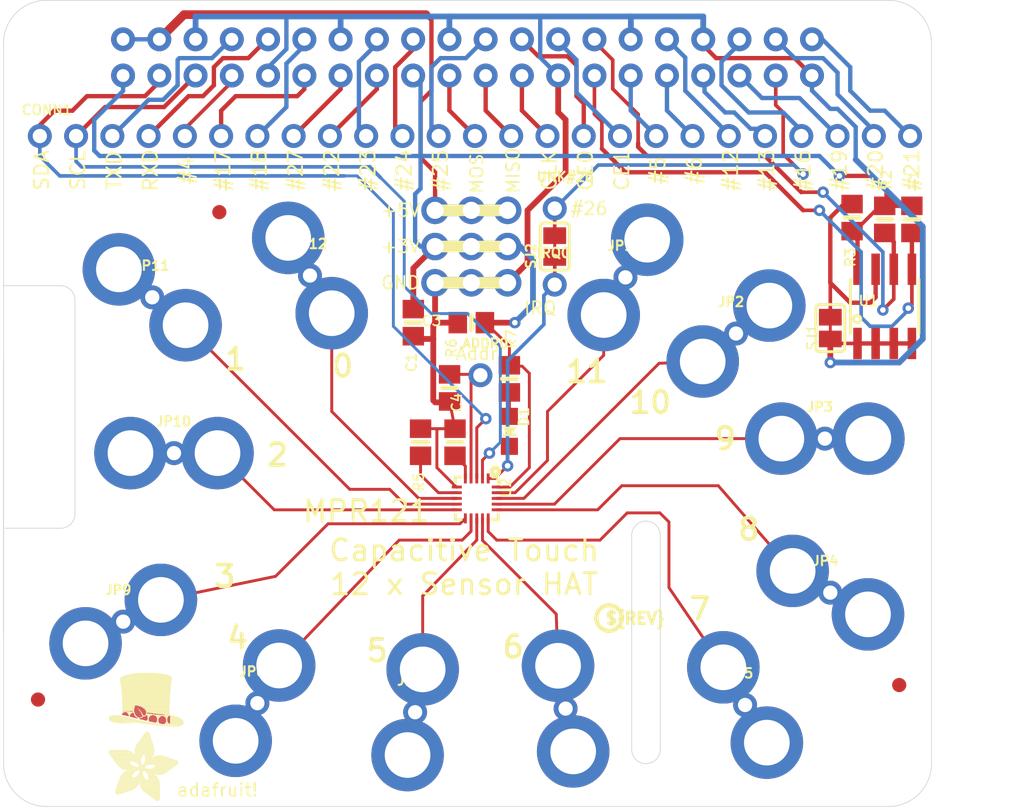
<source format=kicad_pcb>
(kicad_pcb (version 20221018) (generator pcbnew)
  (layers (0 "F.Cu" signal) (31 "B.Cu" signal) (34 "B.Paste" user) (35 "F.Paste" user) (36 "B.SilkS" user "B.Silkscreen") (37 "F.SilkS" user "F.Silkscreen") (38 "B.Mask" user) (39 "F.Mask" user) (44 "Edge.Cuts" user))
  (net 0 "")
  (net 1 "5.0V")
  (net 2 "SDA")
  (net 3 "SCL")
  (net 4 "GPIO4")
  (net 5 "GPIO17")
  (net 6 "GPIO27")
  (net 7 "GPIO22")
  (net 8 "SPI_MOSI")
  (net 9 "SPI_MISO")
  (net 10 "SPI_SCLK")
  (net 11 "GPIO5")
  (net 12 "GPIO6")
  (net 13 "GPIO13")
  (net 14 "GPIO19")
  (net 15 "GPIO26")
  (net 16 "3.3V")
  (net 17 "GND")
  (net 18 "TXD")
  (net 19 "RXD")
  (net 20 "GPIO18")
  (net 21 "GPIO24")
  (net 22 "GPIO25")
  (net 23 "SPI_CE0")
  (net 24 "SPI_CE1")
  (net 25 "EECLK")
  (net 26 "GPIO16")
  (net 27 "GPIO20")
  (net 28 "GPIO21")
  (net 29 "GPIO23")
  (net 30 "EEDATA")
  (net 31 "GPIO12")
  (net 32 "N$16")
  (net 33 "N$114")
  (net 34 "N$115")
  (net 35 "IRQ")
  (net 36 "ELEC0")
  (net 37 "ELEC1")
  (net 38 "ELEC2")
  (net 39 "ELEC3")
  (net 40 "ELEC4")
  (net 41 "ELEC5")
  (net 42 "ELEC6")
  (net 43 "ELEC7")
  (net 44 "ELEC8")
  (net 45 "ELEC9")
  (net 46 "ELEC10")
  (net 47 "ELEC11")
  (net 48 "N$116")
  (net 49 "ADDR")
  (footprint "working:0805-NO" (layer "F.Cu") (at 147.6241 107.7266 90)
    (fp_text reference "C4")
    (fp_text value "0.1uF")
  )
  (footprint "working:0805-NO" (layer "F.Cu") (at 148.7671 99.3446 180)
    (fp_text reference "C3")
    (fp_text value "0.1uF")
  )
  (footprint "working:PIHATLOGO" (layer "F.Cu") (at 123.3671 127.6656)
    (fp_text reference "U$5" hide)
    (fp_text value "" hide)
  )
  (footprint "working:1X01_ROUND" (layer "F.Cu") (at 167.9441 126.1416)
    (fp_text reference "JP5")
    (fp_text value "")
  )
  (footprint "working:ALLIGATORCLIP" (layer "F.Cu") (at 124.3831 120.2996 120)
    (fp_text reference "AL4" hide)
    (fp_text value "ALLIGATORCLIP_MICRO" hide)
  )
  (footprint "working:ALLIGATORCLIP" (layer "F.Cu") (at 126.4151 97.5666 -130)
    (fp_text reference "AL2" hide)
    (fp_text value "ALLIGATORCLIP_MICRO" hide)
  )
  (footprint "working:ALLIGATORCLIP" (layer "F.Cu") (at 167.9441 126.1416 -150)
    (fp_text reference "AL8" hide)
    (fp_text value "ALLIGATORCLIP_MICRO" hide)
  )
  (footprint "working:1X01_ROUND" (layer "F.Cu") (at 149.4021 103.0276)
    (fp_text reference "ADDR0")
    (fp_text value "")
  )
  (footprint "working:SOLDERJUMPER_CLOSEDWIRE" (layer "F.Cu") (at 173.9131 99.7256 90)
    (fp_text reference "SJ1")
    (fp_text value "WP")
  )
  (footprint "working:ALLIGATORCLIP" (layer "F.Cu") (at 144.8301 126.6496 170)
    (fp_text reference "AL6" hide)
    (fp_text value "ALLIGATORCLIP_MICRO" hide)
  )
  (footprint "working:ADAFRUIT_5MM" (layer "F.Cu") (at 123.3671 132.8726)
    (fp_text reference "U$51" hide)
    (fp_text value "" hide)
  )
  (footprint "working:0805-NO" (layer "F.Cu") (at 144.7031 99.3446 -90)
    (fp_text reference "C1")
    (fp_text value "10uF")
  )
  (footprint "working:ALLIGATORCLIP" (layer "F.Cu") (at 159.5621 96.1696 150)
    (fp_text reference "AL12" hide)
    (fp_text value "ALLIGATORCLIP_MICRO" hide)
  )
  (footprint "working:1X01_ROUND" (layer "F.Cu") (at 173.9131 118.2676)
    (fp_text reference "JP4")
    (fp_text value "")
  )
  (footprint "working:ALLIGATORCLIP" (layer "F.Cu") (at 133.7811 126.0146 150)
    (fp_text reference "AL5" hide)
    (fp_text value "ALLIGATORCLIP_MICRO" hide)
  )
  (footprint "working:1X01_ROUND" (layer "F.Cu") (at 155.3711 126.3956)
    (fp_text reference "JP6")
    (fp_text value "")
  )
  (footprint "working:1X01_ROUND" (layer "F.Cu") (at 154.6091 91.3436)
    (fp_text reference "UNK#26")
    (fp_text value "")
  )
  (footprint "working:0805-NO" (layer "F.Cu") (at 147.2431 103.9166 90)
    (fp_text reference "R6")
    (fp_text value "100K")
  )
  (footprint "working:0805-NO" (layer "F.Cu") (at 177.7231 92.1056 90)
    (fp_text reference "R2")
    (fp_text value "3.9K")
  )
  (footprint "working:PI_HAT_SLOTS" (layer "F.Cu") (at 116.0011 133.2536)
    (fp_text reference "RPI1" hide)
    (fp_text value "RASPBERRYPI_BPLUS_HATSLOTS" hide)
    (fp_line (start 0 -53.5) (end 0 -3) (stroke (width 0.05)) (layer "Edge.Cuts"))
    (fp_line (start 0.1 -19.5) (end 4 -19.5) (stroke (width 0.05)) (layer "Edge.Cuts"))
    (fp_line (start 3 0) (end 62 0) (stroke (width 0.05)) (layer "Edge.Cuts"))
    (fp_line (start 4 -36.5) (end 0 -36.5) (stroke (width 0.05)) (layer "Edge.Cuts"))
    (fp_line (start 5 -20.5) (end 5 -35.5) (stroke (width 0.05)) (layer "Edge.Cuts"))
    (fp_line (start 44 -4) (end 44 -19) (stroke (width 0.05)) (layer "Edge.Cuts"))
    (fp_line (start 46 -19) (end 46 -4) (stroke (width 0.05)) (layer "Edge.Cuts"))
    (fp_line (start 62 -56.5) (end 3 -56.5) (stroke (width 0.05)) (layer "Edge.Cuts"))
    (fp_line (start 65 -3) (end 65 -53.5) (stroke (width 0.05)) (layer "Edge.Cuts"))
    (fp_arc (start 0 -53.5) (mid 0.87868 -55.62132) (end 3 -56.5) (stroke (width 0.05)) (layer "Edge.Cuts"))
    (fp_arc (start 3 0) (mid 0.87868 -0.87868) (end 0 -3) (stroke (width 0.05)) (layer "Edge.Cuts"))
    (fp_arc (start 4 -36.5) (mid 4.707107 -36.207107) (end 5 -35.5) (stroke (width 0.05)) (layer "Edge.Cuts"))
    (fp_arc (start 5 -20.5) (mid 4.707107 -19.792893) (end 4 -19.5) (stroke (width 0.05)) (layer "Edge.Cuts"))
    (fp_arc (start 44 -19) (mid 44.292893 -19.707107) (end 45 -20) (stroke (width 0.05)) (layer "Edge.Cuts"))
    (fp_arc (start 45 -20) (mid 45.707107 -19.707107) (end 46 -19) (stroke (width 0.05)) (layer "Edge.Cuts"))
    (fp_arc (start 45 -3) (mid 44.292893 -3.292893) (end 44 -4) (stroke (width 0.05)) (layer "Edge.Cuts"))
    (fp_arc (start 46 -4) (mid 45.707107 -3.292893) (end 45 -3) (stroke (width 0.05)) (layer "Edge.Cuts"))
    (fp_arc (start 62 -56.5) (mid 64.12132 -55.62132) (end 65 -53.5) (stroke (width 0.05)) (layer "Edge.Cuts"))
    (fp_arc (start 65 -3) (mid 64.12132 -0.87868) (end 62 0) (stroke (width 0.05)) (layer "Edge.Cuts"))
  )
  (footprint "working:0805-NO" (layer "F.Cu") (at 151.4341 103.2816 90)
    (fp_text reference "R7")
    (fp_text value "1K")
  )
  (footprint "working:0805-NO" (layer "F.Cu") (at 145.2111 107.7266 -90)
    (fp_text reference "R5")
    (fp_text value "75K")
  )
  (footprint "working:ALLIGATORCLIP" (layer "F.Cu") (at 167.3091 100.1066 130)
    (fp_text reference "AL11" hide)
    (fp_text value "ALLIGATORCLIP_MICRO" hide)
  )
  (footprint "working:CHIPLED_0805_NOOUTLINE" (layer "F.Cu") (at 151.4341 106.9646 180)
    (fp_text reference "D1")
    (fp_text value "RED")
  )
  (footprint "working:ALLIGATORCLIP" (layer "F.Cu") (at 137.4641 96.0426 -150)
    (fp_text reference "AL1" hide)
    (fp_text value "ALLIGATORCLIP_MICRO" hide)
  )
  (footprint "working:1X01_ROUND" (layer "F.Cu") (at 173.5321 107.4726)
    (fp_text reference "JP3")
    (fp_text value "")
  )
  (footprint "working:0805-NO" (layer "F.Cu") (at 175.4371 91.9786 -90)
    (fp_text reference "R3")
    (fp_text value "3.9K")
  )
  (footprint "working:1X01_ROUND" (layer "F.Cu") (at 159.5621 96.1696)
    (fp_text reference "JP1")
    (fp_text value "")
  )
  (footprint "working:SOLDERJUMPER_CLOSEDWIRE" (layer "F.Cu") (at 154.6091 94.0106 90)
    (fp_text reference "SJ2")
    (fp_text value "")
  )
  (footprint "working:1X01_ROUND" (layer "F.Cu") (at 154.6091 96.6776)
    (fp_text reference "IRQ0")
    (fp_text value "")
  )
  (footprint "working:1X01_ROUND" (layer "F.Cu") (at 144.8301 126.6496)
    (fp_text reference "JP7")
    (fp_text value "")
  )
  (footprint "working:ALLIGATORCLIP" (layer "F.Cu") (at 127.9391 108.4886 90)
    (fp_text reference "AL3" hide)
    (fp_text value "ALLIGATORCLIP_MICRO" hide)
  )
  (footprint "working:FIDUCIAL_1MM" (layer "F.Cu") (at 178.7391 124.7446)
    (fp_text reference "FID2" hide)
    (fp_text value "FIDUCIAL\"\"" hide)
  )
  (footprint "working:1X01_ROUND" (layer "F.Cu") (at 137.4641 96.0426)
    (fp_text reference "JP12")
    (fp_text value "")
  )
  (footprint "working:1X01_ROUND" (layer "F.Cu") (at 127.9391 108.4886)
    (fp_text reference "JP10")
    (fp_text value "")
  )
  (footprint "working:ALLIGATORCLIP" (layer "F.Cu") (at 173.9131 118.2676 -120)
    (fp_text reference "AL9" hide)
    (fp_text value "ALLIGATORCLIP_MICRO" hide)
  )
  (footprint "working:1X01_ROUND" (layer "F.Cu") (at 133.7811 126.0146)
    (fp_text reference "JP8")
    (fp_text value "")
  )
  (footprint "working:ALLIGATORCLIP" (layer "F.Cu") (at 173.5321 107.4726 90)
    (fp_text reference "AL10" hide)
    (fp_text value "ALLIGATORCLIP_MICRO" hide)
  )
  (footprint "working:1X25_ROUND_70MIL" (layer "F.Cu") (at 149.0211 86.2636)
    (fp_text reference "CONN1")
    (fp_text value "HEADER-1X25")
  )
  (footprint "working:0805-NO" (layer "F.Cu") (at 179.6281 92.1056 90)
    (fp_text reference "R1")
    (fp_text value "3.9K")
  )
  (footprint "working:ALLIGATORCLIP" (layer "F.Cu") (at 155.3711 126.3956 -170)
    (fp_text reference "AL7" hide)
    (fp_text value "ALLIGATORCLIP_MICRO" hide)
  )
  (footprint "working:1X01_ROUND" (layer "F.Cu") (at 126.4151 97.5666)
    (fp_text reference "JP11")
    (fp_text value "")
  )
  (footprint "working:FIDUCIAL_1MM" (layer "F.Cu") (at 131.1141 91.5976)
    (fp_text reference "FID1" hide)
    (fp_text value "FIDUCIAL\"\"" hide)
  )
  (footprint "working:QFN20_3MM_NOTHERMAL" (layer "F.Cu") (at 149.1481 111.6636 -90)
    (fp_text reference "U2")
    (fp_text value "MPR121")
  )
  (footprint "working:PCBFEAT-REV-040" (layer "F.Cu") (at 158.4191 120.0456)
    (fp_text reference "U$6" hide)
    (fp_text value "" hide)
  )
  (footprint "working:SOIC8_150MIL" (layer "F.Cu") (at 177.7231 98.2016)
    (fp_text reference "U1")
    (fp_text value "CAT24C32")
  )
  (footprint "working:1X01_ROUND" (layer "F.Cu") (at 167.3091 100.1066)
    (fp_text reference "JP2")
    (fp_text value "")
  )
  (footprint "working:FIDUCIAL_1MM" (layer "F.Cu") (at 118.4141 125.7606)
    (fp_text reference "FID3" hide)
    (fp_text value "FIDUCIAL\"\"" hide)
  )
  (footprint "working:1X01_ROUND" (layer "F.Cu") (at 124.3831 120.2996)
    (fp_text reference "JP9")
    (fp_text value "")
  )
  (gr_line (start 146.2271 96.5506) (end 151.3071 96.5506) (stroke (width 0.8128)) (layer "F.SilkS"))
  (gr_line (start 146.2271 91.4706) (end 151.4341 91.4706) (stroke (width 0.8128)) (layer "F.SilkS"))
  (gr_line (start 146.2271 94.0106) (end 151.3071 94.0106) (stroke (width 0.8128)) (layer "F.SilkS"))
  (gr_line (start 116.0011 121.0616) (end 116.0011 102.0116) (stroke (width 0.05)) (layer "Edge.Cuts"))
  (gr_line (start 116.0011 113.6956) (end 116.0011 113.5686) (stroke (width 0.05)) (layer "Edge.Cuts"))
  (gr_text "RXD" (at 126.2881 88.6766 90) (layer "F.SilkS") (effects (font (size 1.00584 1.00584) (thickness 0.13716))))
  (gr_text "7" (at 163.8801 120.2996) (layer "F.SilkS") (effects (font (size 1.5113 1.5113) (thickness 0.2667)) (justify left bottom)))
  (gr_text "adafruit!" (at 128.0661 132.6186) (layer "F.SilkS") (effects (font (size 0.89408 0.89408) (thickness 0.12192)) (justify left bottom)))
  (gr_text "5" (at 141.2741 123.2206) (layer "F.SilkS") (effects (font (size 1.5113 1.5113) (thickness 0.2667)) (justify left bottom)))
  (gr_text "#27" (at 136.4481 88.6766 90) (layer "F.SilkS") (effects (font (size 1.00584 1.00584) (thickness 0.13716))))
  (gr_text "#17" (at 131.3681 88.6766 90) (layer "F.SilkS") (effects (font (size 1.00584 1.00584) (thickness 0.13716))))
  (gr_text "#4" (at 128.8281 88.6766 90) (layer "F.SilkS") (effects (font (size 1.00584 1.00584) (thickness 0.13716))))
  (gr_text "#21" (at 179.6281 88.6766 90) (layer "F.SilkS") (effects (font (size 1.00584 1.00584) (thickness 0.13716))))
  (gr_text "Addr" (at 149.1481 101.5036) (layer "F.SilkS") (effects (font (size 0.89408 0.89408) (thickness 0.12192))))
  (gr_text "CLK" (at 154.2281 88.6766 90) (layer "F.SilkS") (effects (font (size 1.00584 1.00584) (thickness 0.13716))))
  (gr_text "6" (at 150.7991 122.9666) (layer "F.SilkS") (effects (font (size 1.5113 1.5113) (thickness 0.2667)) (justify left bottom)))
  (gr_text "#23" (at 141.5281 88.6766 90) (layer "F.SilkS") (effects (font (size 1.00584 1.00584) (thickness 0.13716))))
  (gr_text "CE1" (at 159.3081 88.6766 90) (layer "F.SilkS") (effects (font (size 1.00584 1.00584) (thickness 0.13716))))
  (gr_text "#20" (at 177.0881 88.6766 90) (layer "F.SilkS") (effects (font (size 1.00584 1.00584) (thickness 0.13716))))
  (gr_text "11" (at 155.2441 103.6626) (layer "F.SilkS") (effects (font (size 1.5113 1.5113) (thickness 0.2667)) (justify left bottom)))
  (gr_text "CE0" (at 156.7681 88.6766 90) (layer "F.SilkS") (effects (font (size 1.00584 1.00584) (thickness 0.13716))))
  (gr_text "SDA" (at 118.6681 88.6766 90) (layer "F.SilkS") (effects (font (size 1.00584 1.00584) (thickness 0.13716))))
  (gr_text "9" (at 165.6581 108.3616) (layer "F.SilkS") (effects (font (size 1.5113 1.5113) (thickness 0.2667)) (justify left bottom)))
  (gr_text "#16" (at 172.0081 88.6766 90) (layer "F.SilkS") (effects (font (size 1.00584 1.00584) (thickness 0.13716))))
  (gr_text "#26" (at 157.0221 91.3436) (layer "F.SilkS") (effects (font (size 0.89408 0.89408) (thickness 0.12192))))
  (gr_text "#12" (at 166.9281 88.6766 90) (layer "F.SilkS") (effects (font (size 1.00584 1.00584) (thickness 0.13716))))
  (gr_text "MISO" (at 151.6881 88.6766 90) (layer "F.SilkS") (effects (font (size 0.89408 0.89408) (thickness 0.12192))))
  (gr_text "8" (at 167.3091 114.7116) (layer "F.SilkS") (effects (font (size 1.5113 1.5113) (thickness 0.2667)) (justify left bottom)))
  (gr_text "Capacitive Touch\n12 x Sensor HAT" (at 148.2591 116.4896) (layer "F.SilkS") (effects (font (size 1.475232 1.475232) (thickness 0.201168))))
  (gr_text "SCL" (at 121.2081 88.6766 90) (layer "F.SilkS") (effects (font (size 1.00584 1.00584) (thickness 0.13716))))
  (gr_text "#6" (at 164.3881 88.6766 90) (layer "F.SilkS") (effects (font (size 1.00584 1.00584) (thickness 0.13716))))
  (gr_text "TXD" (at 123.7481 88.6766 90) (layer "F.SilkS") (effects (font (size 1.00584 1.00584) (thickness 0.13716))))
  (gr_text "1" (at 131.3681 102.7736) (layer "F.SilkS") (effects (font (size 1.5113 1.5113) (thickness 0.2667)) (justify left bottom)))
  (gr_text "MPR121" (at 141.4011 112.5526) (layer "F.SilkS") (effects (font (size 1.475232 1.475232) (thickness 0.201168))))
  (gr_text "#18" (at 133.9081 88.6766 90) (layer "F.SilkS") (effects (font (size 1.00584 1.00584) (thickness 0.13716))))
  (gr_text "4" (at 131.4951 122.3316) (layer "F.SilkS") (effects (font (size 1.5113 1.5113) (thickness 0.2667)) (justify left bottom)))
  (gr_text "0" (at 138.8611 103.2816) (layer "F.SilkS") (effects (font (size 1.5113 1.5113) (thickness 0.2667)) (justify left bottom)))
  (gr_text "#19" (at 174.5481 88.6766 90) (layer "F.SilkS") (effects (font (size 1.00584 1.00584) (thickness 0.13716))))
  (gr_text "+5V" (at 143.8141 91.4706) (layer "F.SilkS") (effects (font (size 0.89408 0.89408) (thickness 0.12192))))
  (gr_text "GND" (at 143.8141 96.5506) (layer "F.SilkS") (effects (font (size 0.89408 0.89408) (thickness 0.12192))))
  (gr_text "#22" (at 138.9881 88.6766 90) (layer "F.SilkS") (effects (font (size 1.00584 1.00584) (thickness 0.13716))))
  (gr_text "IRQ" (at 153.5931 98.3286) (layer "F.SilkS") (effects (font (size 0.89408 0.89408) (thickness 0.12192))))
  (gr_text "10" (at 159.6891 105.8216) (layer "F.SilkS") (effects (font (size 1.5113 1.5113) (thickness 0.2667)) (justify left bottom)))
  (gr_text "#25" (at 146.6081 88.6766 90) (layer "F.SilkS") (effects (font (size 1.00584 1.00584) (thickness 0.13716))))
  (gr_text "#13" (at 169.4681 88.6766 90) (layer "F.SilkS") (effects (font (size 1.00584 1.00584) (thickness 0.13716))))
  (gr_text "+3V" (at 143.8141 94.0106) (layer "F.SilkS") (effects (font (size 0.89408 0.89408) (thickness 0.12192))))
  (gr_text "3" (at 130.6061 118.0136) (layer "F.SilkS") (effects (font (size 1.5113 1.5113) (thickness 0.2667)) (justify left bottom)))
  (gr_text "#5" (at 161.8481 88.6766 90) (layer "F.SilkS") (effects (font (size 1.00584 1.00584) (thickness 0.13716))))
  (gr_text "#24" (at 144.0681 88.6766 90) (layer "F.SilkS") (effects (font (size 1.00584 1.00584) (thickness 0.13716))))
  (gr_text "2" (at 134.2891 109.5046) (layer "F.SilkS") (effects (font (size 1.5113 1.5113) (thickness 0.2667)) (justify left bottom)))
  (gr_text "MOSI" (at 149.1481 88.6766 90) (layer "F.SilkS") (effects (font (size 0.89408 0.89408) (thickness 0.12192))))
  (segment (start 128.6401 77.7546) (end 145.5921 77.7546) (width 0.6096) (layer "F.Cu") (net 1))
  (segment (start 145.9731 78.1356) (end 145.5921 77.7546) (width 0.3048) (layer "F.Cu") (net 1))
  (segment (start 145.2111 87.7876) (end 145.2111 83.8506) (width 0.3048) (layer "F.Cu") (net 1))
  (segment (start 126.9111 79.4836) (end 128.6401 77.7546) (width 0.6096) (layer "F.Cu") (net 1))
  (segment (start 145.9731 83.0886) (end 145.9731 78.1356) (width 0.3048) (layer "F.Cu") (net 1))
  (segment (start 146.2271 91.4706) (end 146.2271 88.8036) (width 0.3048) (layer "F.Cu") (net 1))
  (segment (start 145.2111 83.8506) (end 145.9731 83.0886) (width 0.3048) (layer "F.Cu") (net 1))
  (segment (start 146.2271 88.8036) (end 145.2111 87.7876) (width 0.3048) (layer "F.Cu") (net 1))
  (via (at 148.7671 91.4706) (size 1.9304) (drill 1.2) (layers "F.Cu" "B.Cu") (net 1))
  (via (at 146.2271 91.4706) (size 1.9304) (drill 1.2) (layers "F.Cu" "B.Cu") (net 1))
  (via (at 151.3071 91.4706) (size 1.9304) (drill 1.2) (layers "F.Cu" "B.Cu") (net 1))
  (segment (start 148.7671 91.4706) (end 146.2271 91.4706) (width 0.8128) (layer "B.Cu") (net 1))
  (segment (start 126.9111 79.4836) (end 124.3711 79.4836) (width 0.3048) (layer "B.Cu") (net 1))
  (segment (start 151.3071 91.4706) (end 148.7671 91.4706) (width 0.8128) (layer "B.Cu") (net 1))
  (segment (start 120.8271 84.4856) (end 121.8431 83.4696) (width 0.3048) (layer "F.Cu") (net 2))
  (segment (start 149.1481 110.2636) (end 149.1481 106.7106) (width 0.2032) (layer "F.Cu") (net 2))
  (segment (start 119.5571 84.4856) (end 120.8271 84.4856) (width 0.3048) (layer "F.Cu") (net 2))
  (segment (start 126.9111 82.4656) (end 126.9111 82.0236) (width 0.3048) (layer "F.Cu") (net 2))
  (segment (start 121.8431 83.4696) (end 125.9071 83.4696) (width 0.3048) (layer "F.Cu") (net 2))
  (segment (start 125.9071 83.4696) (end 126.9111 82.4656) (width 0.3048) (layer "F.Cu") (net 2))
  (segment (start 118.5411 85.5016) (end 119.5571 84.4856) (width 0.3048) (layer "F.Cu") (net 2))
  (segment (start 118.5411 86.2636) (end 118.5411 85.5016) (width 0.3048) (layer "F.Cu") (net 2))
  (segment (start 149.1481 106.7106) (end 149.7831 106.0756) (width 0.2032) (layer "F.Cu") (net 2))
  (via (at 149.7831 106.0756) (size 0.8001) (drill 0.3937) (layers "F.Cu" "B.Cu") (net 2))
  (segment (start 143.3061 99.5986) (end 143.3061 91.5976) (width 0.2032) (layer "B.Cu") (net 2))
  (segment (start 143.3061 91.5976) (end 140.7661 89.0576) (width 0.2032) (layer "B.Cu") (net 2))
  (segment (start 139.8771 89.0576) (end 119.9381 89.0576) (width 0.254) (layer "B.Cu") (net 2))
  (segment (start 119.9381 89.0576) (end 118.5411 87.6606) (width 0.254) (layer "B.Cu") (net 2))
  (segment (start 140.7661 89.0576) (end 139.8771 89.0576) (width 0.2032) (layer "B.Cu") (net 2))
  (segment (start 118.5411 87.6606) (end 118.5411 86.2636) (width 0.254) (layer "B.Cu") (net 2))
  (segment (start 149.7831 106.0756) (end 143.3061 99.5986) (width 0.2032) (layer "B.Cu") (net 2))
  (segment (start 118.5411 85.7556) (end 118.5411 86.2636) (width 0.254) (layer "B.Cu") (net 2))
  (segment (start 149.5481 108.9776) (end 150.0371 108.4886) (width 0.2032) (layer "F.Cu") (net 3))
  (segment (start 127.2431 84.2316) (end 129.4511 82.0236) (width 0.3048) (layer "F.Cu") (net 3))
  (segment (start 121.0811 86.2636) (end 123.1131 84.2316) (width 0.3048) (layer "F.Cu") (net 3))
  (segment (start 123.1131 84.2316) (end 127.2431 84.2316) (width 0.3048) (layer "F.Cu") (net 3))
  (segment (start 149.5481 110.2636) (end 149.5481 108.9776) (width 0.2032) (layer "F.Cu") (net 3))
  (via (at 150.0371 108.4886) (size 0.8001) (drill 0.3937) (layers "F.Cu" "B.Cu") (net 3))
  (segment (start 145.9731 98.7096) (end 144.0681 96.8046) (width 0.2032) (layer "B.Cu") (net 3))
  (segment (start 144.0681 96.8046) (end 144.0681 90.8356) (width 0.2032) (layer "B.Cu") (net 3))
  (segment (start 150.7991 100.9956) (end 148.5131 98.7096) (width 0.2032) (layer "B.Cu") (net 3))
  (segment (start 148.5131 98.7096) (end 145.9731 98.7096) (width 0.2032) (layer "B.Cu") (net 3))
  (segment (start 121.4621 88.4226) (end 121.0811 88.0416) (width 0.254) (layer "B.Cu") (net 3))
  (segment (start 121.0811 88.0416) (end 121.0811 86.2636) (width 0.254) (layer "B.Cu") (net 3))
  (segment (start 141.6551 88.4226) (end 121.4621 88.4226) (width 0.254) (layer "B.Cu") (net 3))
  (segment (start 142.4171 89.1846) (end 141.6551 88.4226) (width 0.254) (layer "B.Cu") (net 3))
  (segment (start 150.0371 108.4886) (end 150.7991 107.7266) (width 0.2032) (layer "B.Cu") (net 3))
  (segment (start 144.0681 90.8356) (end 142.4171 89.1846) (width 0.2032) (layer "B.Cu") (net 3))
  (segment (start 150.7991 107.7266) (end 150.7991 100.9956) (width 0.2032) (layer "B.Cu") (net 3))
  (segment (start 131.9911 82.4656) (end 128.7011 85.7556) (width 0.254) (layer "F.Cu") (net 4))
  (segment (start 131.9911 82.4656) (end 131.9911 82.0236) (width 0.3048) (layer "F.Cu") (net 4))
  (segment (start 128.7011 85.7556) (end 128.7011 86.2636) (width 0.254) (layer "F.Cu") (net 4))
  (segment (start 136.5751 83.4696) (end 137.0711 82.9736) (width 0.3048) (layer "F.Cu") (net 5))
  (segment (start 132.2571 83.4696) (end 136.5751 83.4696) (width 0.3048) (layer "F.Cu") (net 5))
  (segment (start 131.2411 84.4856) (end 132.2571 83.4696) (width 0.3048) (layer "F.Cu") (net 5))
  (segment (start 137.0711 82.9736) (end 137.0711 82.0236) (width 0.3048) (layer "F.Cu") (net 5))
  (segment (start 131.2411 86.2636) (end 131.2411 84.4856) (width 0.3048) (layer "F.Cu") (net 5))
  (segment (start 136.3211 86.2636) (end 139.6111 82.9736) (width 0.3048) (layer "F.Cu") (net 6))
  (segment (start 139.6111 82.9736) (end 139.6111 82.0236) (width 0.3048) (layer "F.Cu") (net 6))
  (segment (start 138.8611 86.2636) (end 142.1511 82.9736) (width 0.3048) (layer "F.Cu") (net 7))
  (segment (start 142.1511 82.9736) (end 142.1511 82.0236) (width 0.3048) (layer "F.Cu") (net 7))
  (segment (start 147.2311 84.4736) (end 147.2311 82.0236) (width 0.3048) (layer "F.Cu") (net 8))
  (segment (start 149.0211 86.2636) (end 147.2311 84.4736) (width 0.3048) (layer "F.Cu") (net 8))
  (segment (start 149.7711 84.4736) (end 149.7711 82.0236) (width 0.3048) (layer "F.Cu") (net 9))
  (segment (start 151.5611 86.2636) (end 149.7711 84.4736) (width 0.3048) (layer "F.Cu") (net 9))
  (segment (start 154.1011 86.2636) (end 152.3111 84.4736) (width 0.3048) (layer "F.Cu") (net 10))
  (segment (start 152.3111 84.4736) (end 152.3111 82.0236) (width 0.3048) (layer "F.Cu") (net 10))
  (segment (start 159.9311 84.4736) (end 161.7211 86.2636) (width 0.3048) (layer "B.Cu") (net 11))
  (segment (start 159.9311 82.0236) (end 159.9311 84.4736) (width 0.3048) (layer "B.Cu") (net 11))
  (segment (start 162.4711 82.0236) (end 162.4711 84.4736) (width 0.3048) (layer "B.Cu") (net 12))
  (segment (start 162.4711 84.4736) (end 164.2611 86.2636) (width 0.3048) (layer "B.Cu") (net 12))
  (segment (start 166.5471 84.6126) (end 167.1821 84.6126) (width 0.3048) (layer "B.Cu") (net 13))
  (segment (start 167.1821 84.6126) (end 168.3251 85.7556) (width 0.3048) (layer "B.Cu") (net 13))
  (segment (start 165.1011 82.0236) (end 165.1011 83.1666) (width 0.3048) (layer "B.Cu") (net 13))
  (segment (start 165.0111 82.0236) (end 165.1011 82.0236) (width 0.3048) (layer "B.Cu") (net 13))
  (segment (start 168.8331 85.7556) (end 169.3411 86.2636) (width 0.3048) (layer "B.Cu") (net 13))
  (segment (start 165.1011 83.1666) (end 166.5471 84.6126) (width 0.3048) (layer "B.Cu") (net 13))
  (segment (start 168.3251 85.7556) (end 168.8331 85.7556) (width 0.3048) (layer "B.Cu") (net 13))
  (segment (start 167.5511 82.0236) (end 169.1241 83.5966) (width 0.3048) (layer "B.Cu") (net 14))
  (segment (start 171.7541 83.5966) (end 174.4211 86.2636) (width 0.3048) (layer "B.Cu") (net 14))
  (segment (start 169.1241 83.5966) (end 171.7541 83.5966) (width 0.3048) (layer "B.Cu") (net 14))
  (segment (start 172.0081 88.9306) (end 170.6111 87.5336) (width 0.254) (layer "F.Cu") (net 15))
  (segment (start 154.6091 91.3436) (end 154.6091 93.2486) (width 0.254) (layer "F.Cu") (net 15))
  (segment (start 170.6111 87.5336) (end 170.6111 84.6126) (width 0.254) (layer "F.Cu") (net 15))
  (segment (start 170.0911 84.0926) (end 170.0911 82.0236) (width 0.254) (layer "F.Cu") (net 15))
  (segment (start 170.6111 84.6126) (end 170.0911 84.0926) (width 0.254) (layer "F.Cu") (net 15))
  (via (at 172.0081 88.9306) (size 0.8001) (drill 0.3937) (layers "F.Cu" "B.Cu") (net 15))
  (segment (start 171.3731 88.2956) (end 172.0081 88.9306) (width 0.254) (layer "B.Cu") (net 15))
  (segment (start 157.6571 88.2956) (end 171.3731 88.2956) (width 0.254) (layer "B.Cu") (net 15))
  (segment (start 154.6091 91.3436) (end 157.6571 88.2956) (width 0.254) (layer "B.Cu") (net 15))
  (segment (start 144.7031 95.5346) (end 144.7031 98.3946) (width 0.4064) (layer "F.Cu") (net 16))
  (segment (start 177.8501 91.0286) (end 177.7231 91.1556) (width 0.3048) (layer "F.Cu") (net 16))
  (segment (start 177.4031 91.1556) (end 177.7231 91.1556) (width 0.254) (layer "F.Cu") (net 16))
  (segment (start 177.8501 90.0736) (end 177.8501 91.0286) (width 0.3048) (layer "F.Cu") (net 16))
  (segment (start 175.8181 92.7406) (end 177.4031 91.1556) (width 0.254) (layer "F.Cu") (net 16))
  (segment (start 152.8311 102.9006) (end 152.3231 102.3926) (width 0.2032) (layer "F.Cu") (net 16))
  (segment (start 152.3231 102.3926) (end 151.5001 102.3926) (width 0.2032) (layer "F.Cu") (net 16))
  (segment (start 146.2271 94.0106) (end 144.7031 95.5346) (width 0.4064) (layer "F.Cu") (net 16))
  (segment (start 151.4341 102.3316) (end 151.4341 100.9616) (width 0.2032) (layer "F.Cu") (net 16))
  (segment (start 175.4371 92.9286) (end 175.8181 92.7406) (width 0.254) (layer "F.Cu") (net 16))
  (segment (start 179.6281 91.1556) (end 177.7231 91.1556) (width 0.3048) (layer "F.Cu") (net 16))
  (segment (start 174.5481 89.0576) (end 176.8341 89.0576) (width 0.3048) (layer "F.Cu") (net 16))
  (segment (start 176.8341 89.0576) (end 177.8501 90.0736) (width 0.3048) (layer "F.Cu") (net 16))
  (segment (start 175.8181 93.3096) (end 175.4371 92.9286) (width 0.3048) (layer "F.Cu") (net 16))
  (segment (start 151.4341 100.9616) (end 149.7171 99.3446) (width 0.2032) (layer "F.Cu") (net 16))
  (segment (start 149.7171 99.3446) (end 151.8151 99.3446) (width 0.4064) (layer "F.Cu") (net 16))
  (segment (start 152.8311 109.5046) (end 152.8311 102.9006) (width 0.2032) (layer "F.Cu") (net 16))
  (segment (start 151.4721 110.8636) (end 152.8311 109.5046) (width 0.2032) (layer "F.Cu") (net 16))
  (segment (start 150.5481 110.8636) (end 151.4721 110.8636) (width 0.2032) (layer "F.Cu") (net 16))
  (segment (start 151.5001 102.3926) (end 151.4341 102.3316) (width 0.2032) (layer "F.Cu") (net 16))
  (segment (start 175.8181 95.6016) (end 175.8181 93.3096) (width 0.3048) (layer "F.Cu") (net 16))
  (via (at 174.5481 89.0576) (size 0.8001) (drill 0.3937) (layers "F.Cu" "B.Cu") (net 16))
  (via (at 151.3071 94.0106) (size 1.9304) (drill 1.2) (layers "F.Cu" "B.Cu") (net 16))
  (via (at 148.7671 94.0106) (size 1.9304) (drill 1.2) (layers "F.Cu" "B.Cu") (net 16))
  (via (at 146.2271 94.0106) (size 1.9304) (drill 1.2) (layers "F.Cu" "B.Cu") (net 16))
  (via (at 151.8151 99.3446) (size 0.8001) (drill 0.3937) (layers "F.Cu" "B.Cu") (net 16))
  (segment (start 144.6911 82.0236) (end 145.2111 82.5436) (width 0.3048) (layer "B.Cu") (net 16))
  (segment (start 153.0851 94.8996) (end 152.1961 94.0106) (width 0.4064) (layer "B.Cu") (net 16))
  (segment (start 122.3511 87.2796) (end 122.7321 87.6606) (width 0.3048) (layer "B.Cu") (net 16))
  (segment (start 146.8621 94.0106) (end 148.7671 94.0106) (width 0.8128) (layer "B.Cu") (net 16))
  (segment (start 145.2111 87.6606) (end 145.2111 89.9466) (width 0.3048) (layer "B.Cu") (net 16))
  (segment (start 122.3511 85.1206) (end 122.3511 87.2796) (width 0.3048) (layer "B.Cu") (net 16))
  (segment (start 145.2111 82.5436) (end 145.2111 87.6606) (width 0.3048) (layer "B.Cu") (net 16))
  (segment (start 144.8301 90.3276) (end 144.8301 93.6296) (width 0.3048) (layer "B.Cu") (net 16))
  (segment (start 145.2111 89.9466) (end 144.8301 90.3276) (width 0.3048) (layer "B.Cu") (net 16))
  (segment (start 124.3711 83.1006) (end 122.3511 85.1206) (width 0.3048) (layer "B.Cu") (net 16))
  (segment (start 148.7671 94.0106) (end 151.3071 94.0106) (width 0.8128) (layer "B.Cu") (net 16))
  (segment (start 152.1961 94.0106) (end 151.3071 94.0106) (width 0.4064) (layer "B.Cu") (net 16))
  (segment (start 144.8301 93.6296) (end 145.2111 94.0106) (width 0.3048) (layer "B.Cu") (net 16))
  (segment (start 146.2271 94.0106) (end 146.8621 94.0106) (width 0.8128) (layer "B.Cu") (net 16))
  (segment (start 122.7321 87.6606) (end 145.2111 87.6606) (width 0.3048) (layer "B.Cu") (net 16))
  (segment (start 151.8151 99.3446) (end 153.0851 98.0746) (width 0.4064) (layer "B.Cu") (net 16))
  (segment (start 145.2111 94.0106) (end 146.8621 94.0106) (width 0.3048) (layer "B.Cu") (net 16))
  (segment (start 145.2111 87.6606) (end 173.1511 87.6606) (width 0.3048) (layer "B.Cu") (net 16))
  (segment (start 153.0851 98.0746) (end 153.0851 94.8996) (width 0.4064) (layer "B.Cu") (net 16))
  (segment (start 124.3711 82.0236) (end 124.3711 83.1006) (width 0.3048) (layer "B.Cu") (net 16))
  (segment (start 173.1511 87.6606) (end 174.5481 89.0576) (width 0.3048) (layer "B.Cu") (net 16))
  (segment (start 144.7031 100.2946) (end 144.8961 100.4876) (width 0.4064) (layer "F.Cu") (net 17))
  (segment (start 154.8511 82.0236) (end 154.8511 84.6006) (width 0.4064) (layer "F.Cu") (net 17))
  (segment (start 146.1001 100.4876) (end 146.1001 99.5986) (width 0.4064) (layer "F.Cu") (net 17))
  (segment (start 154.8511 84.6006) (end 155.3711 85.1206) (width 0.4064) (layer "F.Cu") (net 17))
  (segment (start 173.9131 100.4876) (end 174.2271 100.8016) (width 0.254) (layer "F.Cu") (net 17))
  (segment (start 146.2271 104.9326) (end 146.1001 104.8056) (width 0.2032) (layer "F.Cu") (net 17))
  (segment (start 152.7041 91.4706) (end 152.7041 95.1536) (width 0.4064) (layer "F.Cu") (net 17))
  (segment (start 145.2111 106.7766) (end 146.446981 106.7766) (width 0.2032) (layer "F.Cu") (net 17))
  (segment (start 146.2271 99.3446) (end 146.2271 96.5506) (width 0.4064) (layer "F.Cu") (net 17))
  (segment (start 146.3541 106.869482) (end 146.3541 109.5046) (width 0.2032) (layer "F.Cu") (net 17))
  (segment (start 155.3711 85.1206) (end 155.3711 88.8036) (width 0.4064) (layer "F.Cu") (net 17))
  (segment (start 174.2271 100.8016) (end 175.8181 100.8016) (width 0.254) (layer "F.Cu") (net 17))
  (segment (start 171.4101 80.8026) (end 172.6311 82.0236) (width 0.3048) (layer "F.Cu") (net 17))
  (segment (start 147.2431 104.8666) (end 147.6241 106.7766) (width 0.2032) (layer "F.Cu") (net 17))
  (segment (start 146.1001 104.8056) (end 146.1001 100.4876) (width 0.4064) (layer "F.Cu") (net 17))
  (segment (start 177.0881 100.8016) (end 175.8181 100.8016) (width 0.3048) (layer "F.Cu") (net 17))
  (segment (start 146.1001 99.5986) (end 146.2271 99.3446) (width 0.4064) (layer "F.Cu") (net 17))
  (segment (start 147.2431 104.8666) (end 147.5581 104.9326) (width 0.2032) (layer "F.Cu") (net 17))
  (segment (start 146.2271 99.3446) (end 147.8171 99.3446) (width 0.4064) (layer "F.Cu") (net 17))
  (segment (start 165.0111 79.4836) (end 165.0111 79.9016) (width 0.3048) (layer "F.Cu") (net 17))
  (segment (start 147.5581 104.9326) (end 146.2271 104.9326) (width 0.4064) (layer "F.Cu") (net 17))
  (segment (start 178.3581 100.8016) (end 179.6281 100.8016) (width 0.3048) (layer "F.Cu") (net 17))
  (segment (start 173.9131 100.4876) (end 173.9131 102.1386) (width 0.4064) (layer "F.Cu") (net 17))
  (segment (start 146.446981 106.7766) (end 146.3541 106.869482) (width 0.2032) (layer "F.Cu") (net 17))
  (segment (start 178.3581 100.8016) (end 177.0881 100.8016) (width 0.3048) (layer "F.Cu") (net 17))
  (segment (start 165.0111 79.9016) (end 165.9121 80.8026) (width 0.3048) (layer "F.Cu") (net 17))
  (segment (start 147.7131 110.8636) (end 147.7481 110.8636) (width 0.2032) (layer "F.Cu") (net 17))
  (segment (start 146.446981 106.7766) (end 147.6241 106.7766) (width 0.2032) (layer "F.Cu") (net 17))
  (segment (start 165.9121 80.8026) (end 171.4101 80.8026) (width 0.3048) (layer "F.Cu") (net 17))
  (segment (start 152.7041 95.1536) (end 151.3071 96.5506) (width 0.4064) (layer "F.Cu") (net 17))
  (segment (start 144.8961 100.4876) (end 146.1001 100.4876) (width 0.4064) (layer "F.Cu") (net 17))
  (segment (start 146.3541 109.5046) (end 147.7131 110.8636) (width 0.2032) (layer "F.Cu") (net 17))
  (segment (start 155.3711 88.8036) (end 152.7041 91.4706) (width 0.4064) (layer "F.Cu") (net 17))
  (via (at 173.9131 102.1386) (size 0.8001) (drill 0.3937) (layers "F.Cu" "B.Cu") (net 17))
  (via (at 148.7671 96.5506) (size 1.9304) (drill 1.2) (layers "F.Cu" "B.Cu") (net 17))
  (via (at 146.2271 96.5506) (size 1.9304) (drill 1.2) (layers "F.Cu" "B.Cu") (net 17))
  (via (at 151.3071 96.5506) (size 1.9304) (drill 1.2) (layers "F.Cu" "B.Cu") (net 17))
  (segment (start 129.4511 77.8816) (end 135.9401 77.8816) (width 0.4064) (layer "B.Cu") (net 17))
  (segment (start 147.2311 77.8816) (end 153.5931 77.8816) (width 0.4064) (layer "B.Cu") (net 17))
  (segment (start 159.9431 79.4836) (end 159.9311 79.4836) (width 0.4064) (layer "B.Cu") (net 17))
  (segment (start 146.2271 96.5506) (end 148.7671 96.5506) (width 0.8128) (layer "B.Cu") (net 17))
  (segment (start 147.2311 79.4836) (end 147.2311 77.8816) (width 0.4064) (layer "B.Cu") (net 17))
  (segment (start 165.0111 77.8816) (end 159.9431 77.8816) (width 0.4064) (layer "B.Cu") (net 17))
  (segment (start 175.6911 85.6286) (end 175.6911 87.9146) (width 0.3048) (layer "B.Cu") (net 17))
  (segment (start 173.9131 84.3586) (end 174.4211 84.3586) (width 0.3048) (layer "B.Cu") (net 17))
  (segment (start 153.5931 80.7656) (end 153.5931 77.8816) (width 0.3048) (layer "B.Cu") (net 17))
  (segment (start 165.0111 79.4836) (end 165.0111 77.8816) (width 0.4064) (layer "B.Cu") (net 17))
  (segment (start 180.3901 92.6136) (end 175.6911 87.9146) (width 0.4064) (layer "B.Cu") (net 17))
  (segment (start 129.4511 79.4836) (end 129.4511 77.8816) (width 0.4064) (layer "B.Cu") (net 17))
  (segment (start 135.8131 80.1676) (end 135.8131 78.0086) (width 0.3048) (layer "B.Cu") (net 17))
  (segment (start 134.5311 82.2116) (end 134.5311 82.0236) (width 0.3048) (layer "B.Cu") (net 17))
  (segment (start 135.8131 78.0086) (end 135.9401 77.8816) (width 0.3048) (layer "B.Cu") (net 17))
  (segment (start 135.9401 77.8816) (end 139.6111 77.8816) (width 0.4064) (layer "B.Cu") (net 17))
  (segment (start 173.9131 102.1386) (end 178.7391 102.1386) (width 0.4064) (layer "B.Cu") (net 17))
  (segment (start 148.7671 96.5506) (end 151.3071 96.5506) (width 0.8128) (layer "B.Cu") (net 17))
  (segment (start 159.9431 77.8816) (end 159.9431 79.4836) (width 0.4064) (layer "B.Cu") (net 17))
  (segment (start 139.6111 79.4836) (end 139.6111 77.8816) (width 0.4064) (layer "B.Cu") (net 17))
  (segment (start 174.4211 84.3586) (end 175.6911 85.6286) (width 0.3048) (layer "B.Cu") (net 17))
  (segment (start 153.5931 77.8816) (end 159.9431 77.8816) (width 0.4064) (layer "B.Cu") (net 17))
  (segment (start 154.8511 82.0236) (end 153.5931 80.7656) (width 0.3048) (layer "B.Cu") (net 17))
  (segment (start 178.7391 102.1386) (end 180.3901 100.4876) (width 0.4064) (layer "B.Cu") (net 17))
  (segment (start 134.5311 81.4496) (end 135.8131 80.1676) (width 0.3048) (layer "B.Cu") (net 17))
  (segment (start 172.6311 82.0236) (end 172.6311 83.0766) (width 0.3048) (layer "B.Cu") (net 17))
  (segment (start 139.6111 77.8816) (end 147.2311 77.8816) (width 0.4064) (layer "B.Cu") (net 17))
  (segment (start 134.5311 82.0236) (end 134.5311 81.4496) (width 0.3048) (layer "B.Cu") (net 17))
  (segment (start 180.3901 100.4876) (end 180.3901 92.6136) (width 0.4064) (layer "B.Cu") (net 17))
  (segment (start 172.6311 83.0766) (end 173.9131 84.3586) (width 0.3048) (layer "B.Cu") (net 17))
  (segment (start 128.3201 80.8026) (end 130.6061 80.8026) (width 0.3048) (layer "B.Cu") (net 18))
  (segment (start 131.9251 79.4836) (end 131.9911 79.4836) (width 0.3048) (layer "B.Cu") (net 18))
  (segment (start 130.6061 80.8026) (end 131.9251 79.4836) (width 0.3048) (layer "B.Cu") (net 18))
  (segment (start 127.1771 83.7236) (end 128.1931 82.7076) (width 0.3048) (layer "B.Cu") (net 18))
  (segment (start 126.1611 83.7236) (end 127.1771 83.7236) (width 0.3048) (layer "B.Cu") (net 18))
  (segment (start 128.1931 80.9296) (end 128.3201 80.8026) (width 0.3048) (layer "B.Cu") (net 18))
  (segment (start 123.6211 86.2636) (end 126.1611 83.7236) (width 0.3048) (layer "B.Cu") (net 18))
  (segment (start 128.1931 82.7076) (end 128.1931 80.9296) (width 0.3048) (layer "B.Cu") (net 18))
  (segment (start 133.1461 80.8026) (end 134.4651 79.4836) (width 0.3048) (layer "F.Cu") (net 19))
  (segment (start 128.9551 83.4696) (end 129.9711 83.4696) (width 0.3048) (layer "F.Cu") (net 19))
  (segment (start 131.3681 80.8026) (end 133.1461 80.8026) (width 0.3048) (layer "F.Cu") (net 19))
  (segment (start 129.9711 83.4696) (end 130.7331 82.7076) (width 0.3048) (layer "F.Cu") (net 19))
  (segment (start 130.7331 82.7076) (end 130.7331 81.4376) (width 0.3048) (layer "F.Cu") (net 19))
  (segment (start 130.7331 81.4376) (end 131.3681 80.8026) (width 0.3048) (layer "F.Cu") (net 19))
  (segment (start 134.4651 79.4836) (end 134.5311 79.4836) (width 0.3048) (layer "F.Cu") (net 19))
  (segment (start 126.1611 86.2636) (end 128.9551 83.4696) (width 0.3048) (layer "F.Cu") (net 19))
  (segment (start 133.7811 86.2636) (end 135.8131 84.2316) (width 0.3048) (layer "B.Cu") (net 20))
  (segment (start 135.8131 81.1836) (end 137.0711 79.9256) (width 0.3048) (layer "B.Cu") (net 20))
  (segment (start 135.8131 84.2316) (end 135.8131 81.1836) (width 0.3048) (layer "B.Cu") (net 20))
  (segment (start 137.0711 79.9256) (end 137.0711 79.4836) (width 0.3048) (layer "B.Cu") (net 20))
  (segment (start 143.4331 81.4376) (end 144.6911 80.1796) (width 0.3048) (layer "F.Cu") (net 21))
  (segment (start 143.4331 85.7556) (end 143.4331 81.4376) (width 0.3048) (layer "F.Cu") (net 21))
  (segment (start 144.6911 80.1796) (end 144.6911 79.4836) (width 0.3048) (layer "F.Cu") (net 21))
  (segment (start 143.9411 86.2636) (end 143.4331 85.7556) (width 0.3048) (layer "F.Cu") (net 21))
  (segment (start 146.6081 80.8026) (end 148.3861 80.8026) (width 0.3048) (layer "B.Cu") (net 22))
  (segment (start 145.9731 85.7556) (end 145.9731 81.4376) (width 0.3048) (layer "B.Cu") (net 22))
  (segment (start 146.4811 86.2636) (end 145.9731 85.7556) (width 0.3048) (layer "B.Cu") (net 22))
  (segment (start 148.3861 80.8026) (end 149.7051 79.4836) (width 0.3048) (layer "B.Cu") (net 22))
  (segment (start 149.7051 79.4836) (end 149.7711 79.4836) (width 0.3048) (layer "B.Cu") (net 22))
  (segment (start 145.9731 81.4376) (end 146.6081 80.8026) (width 0.3048) (layer "B.Cu") (net 22))
  (segment (start 152.3111 79.7746) (end 152.3111 79.4836) (width 0.3048) (layer "F.Cu") (net 23))
  (segment (start 156.6411 86.2636) (end 156.6411 83.9776) (width 0.3048) (layer "F.Cu") (net 23))
  (segment (start 156.1331 81.3106) (end 155.4981 80.6756) (width 0.3048) (layer "F.Cu") (net 23))
  (segment (start 152.5651 79.7746) (end 152.3111 79.7746) (width 0.3048) (layer "F.Cu") (net 23))
  (segment (start 156.1331 83.4696) (end 156.1331 81.3106) (width 0.3048) (layer "F.Cu") (net 23))
  (segment (start 156.6411 83.9776) (end 156.1331 83.4696) (width 0.3048) (layer "F.Cu") (net 23))
  (segment (start 155.4981 80.6756) (end 153.4661 80.6756) (width 0.3048) (layer "F.Cu") (net 23))
  (segment (start 153.4661 80.6756) (end 152.5651 79.7746) (width 0.3048) (layer "F.Cu") (net 23))
  (segment (start 154.8511 79.6476) (end 156.1331 80.9296) (width 0.3048) (layer "B.Cu") (net 24))
  (segment (start 154.8511 79.4836) (end 154.8511 79.6476) (width 0.3048) (layer "B.Cu") (net 24))
  (segment (start 156.1331 80.9296) (end 156.1331 83.2156) (width 0.3048) (layer "B.Cu") (net 24))
  (segment (start 156.1331 83.2156) (end 159.1811 86.2636) (width 0.3048) (layer "B.Cu") (net 24))
  (segment (start 160.4511 87.0256) (end 160.4511 86.7716) (width 0.3048) (layer "F.Cu") (net 25))
  (segment (start 178.3581 95.6016) (end 178.3581 93.6906) (width 0.3048) (layer "F.Cu") (net 25))
  (segment (start 178.3581 95.6016) (end 178.3581 97.6936) (width 0.254) (layer "F.Cu") (net 25))
  (segment (start 169.3411 87.6606) (end 161.0861 87.6606) (width 0.3048) (layer "F.Cu") (net 25))
  (segment (start 178.3581 97.6936) (end 177.5961 98.4556) (width 0.254) (layer "F.Cu") (net 25))
  (segment (start 160.4511 84.7396) (end 158.6731 82.9616) (width 0.254) (layer "F.Cu") (net 25))
  (segment (start 158.6731 80.9296) (end 157.3911 79.6476) (width 0.254) (layer "F.Cu") (net 25))
  (segment (start 160.4511 86.7716) (end 160.4511 84.7396) (width 0.254) (layer "F.Cu") (net 25))
  (segment (start 161.0861 87.6606) (end 160.4511 87.0256) (width 0.3048) (layer "F.Cu") (net 25))
  (segment (start 171.8811 90.2006) (end 169.3411 87.6606) (width 0.3048) (layer "F.Cu") (net 25))
  (segment (start 178.3581 93.6906) (end 177.7231 93.0556) (width 0.3048) (layer "F.Cu") (net 25))
  (segment (start 173.4051 90.2006) (end 171.8811 90.2006) (width 0.254) (layer "F.Cu") (net 25))
  (segment (start 157.3911 79.6476) (end 157.3911 79.4836) (width 0.254) (layer "F.Cu") (net 25))
  (segment (start 158.6731 82.9616) (end 158.6731 80.9296) (width 0.254) (layer "F.Cu") (net 25))
  (via (at 173.4051 90.2006) (size 0.8001) (drill 0.3937) (layers "F.Cu" "B.Cu") (net 25))
  (via (at 177.5961 98.4556) (size 0.8001) (drill 0.3937) (layers "F.Cu" "B.Cu") (net 25))
  (segment (start 177.5961 98.4556) (end 177.5961 94.3916) (width 0.254) (layer "B.Cu") (net 25))
  (segment (start 177.5961 94.3916) (end 173.4051 90.2006) (width 0.254) (layer "B.Cu") (net 25))
  (segment (start 166.2931 81.0566) (end 166.2931 82.7076) (width 0.3048) (layer "B.Cu") (net 26))
  (segment (start 170.6111 84.6126) (end 171.8811 85.8826) (width 0.3048) (layer "B.Cu") (net 26))
  (segment (start 167.5511 79.4836) (end 167.5511 79.7986) (width 0.3048) (layer "B.Cu") (net 26))
  (segment (start 168.1981 84.6126) (end 170.6111 84.6126) (width 0.3048) (layer "B.Cu") (net 26))
  (segment (start 171.8811 85.8826) (end 171.8811 86.2636) (width 0.3048) (layer "B.Cu") (net 26))
  (segment (start 166.2931 82.7076) (end 168.1981 84.6126) (width 0.3048) (layer "B.Cu") (net 26))
  (segment (start 167.5511 79.7986) (end 166.2931 81.0566) (width 0.3048) (layer "B.Cu") (net 26))
  (segment (start 170.0911 79.4836) (end 171.4101 80.8026) (width 0.3048) (layer "B.Cu") (net 27))
  (segment (start 176.9611 85.8826) (end 176.9611 86.2636) (width 0.3048) (layer "B.Cu") (net 27))
  (segment (start 174.4211 83.3426) (end 176.9611 85.8826) (width 0.3048) (layer "B.Cu") (net 27))
  (segment (start 174.4211 81.8186) (end 174.4211 83.3426) (width 0.3048) (layer "B.Cu") (net 27))
  (segment (start 173.4051 80.8026) (end 174.4211 81.8186) (width 0.3048) (layer "B.Cu") (net 27))
  (segment (start 171.4101 80.8026) (end 173.4051 80.8026) (width 0.3048) (layer "B.Cu") (net 27))
  (segment (start 177.7231 84.4856) (end 179.5011 86.2636) (width 0.3048) (layer "B.Cu") (net 28))
  (segment (start 175.3101 81.4376) (end 173.4051 79.5326) (width 0.3048) (layer "B.Cu") (net 28))
  (segment (start 175.3101 83.0886) (end 175.3101 81.4376) (width 0.3048) (layer "B.Cu") (net 28))
  (segment (start 173.4051 79.5326) (end 172.6801 79.5326) (width 0.3048) (layer "B.Cu") (net 28))
  (segment (start 172.6801 79.5326) (end 172.6311 79.4836) (width 0.3048) (layer "B.Cu") (net 28))
  (segment (start 177.7231 84.4856) (end 176.7071 84.4856) (width 0.3048) (layer "B.Cu") (net 28))
  (segment (start 176.7071 84.4856) (end 175.3101 83.0886) (width 0.3048) (layer "B.Cu") (net 28))
  (segment (start 140.8931 85.7556) (end 140.8931 81.0566) (width 0.3048) (layer "B.Cu") (net 29))
  (segment (start 142.1511 79.7986) (end 142.1511 79.4836) (width 0.3048) (layer "B.Cu") (net 29))
  (segment (start 141.4011 86.2636) (end 140.8931 85.7556) (width 0.3048) (layer "B.Cu") (net 29))
  (segment (start 140.8931 81.0566) (end 142.1511 79.7986) (width 0.3048) (layer "B.Cu") (net 29))
  (segment (start 157.9111 87.1526) (end 157.9111 85.2476) (width 0.254) (layer "F.Cu") (net 30))
  (segment (start 157.3911 84.7276) (end 157.3911 82.0236) (width 0.254) (layer "F.Cu") (net 30))
  (segment (start 169.3411 88.8036) (end 159.5621 88.8036) (width 0.3048) (layer "F.Cu") (net 30))
  (segment (start 179.6281 95.6016) (end 179.6281 93.0556) (width 0.3048) (layer "F.Cu") (net 30))
  (segment (start 159.5621 88.8036) (end 157.9111 87.1526) (width 0.3048) (layer "F.Cu") (net 30))
  (segment (start 173.1511 91.4706) (end 172.0081 91.4706) (width 0.254) (layer "F.Cu") (net 30))
  (segment (start 179.6281 95.6016) (end 179.6281 98.0746) (width 0.254) (layer "F.Cu") (net 30))
  (segment (start 179.6281 98.0746) (end 179.3741 98.3286) (width 0.254) (layer "F.Cu") (net 30))
  (segment (start 172.0081 91.4706) (end 169.3411 88.8036) (width 0.3048) (layer "F.Cu") (net 30))
  (segment (start 157.9111 85.2476) (end 157.3911 84.7276) (width 0.254) (layer "F.Cu") (net 30))
  (via (at 179.3741 98.3286) (size 0.8001) (drill 0.3937) (layers "F.Cu" "B.Cu") (net 30))
  (via (at 173.1511 91.4706) (size 0.8001) (drill 0.3937) (layers "F.Cu" "B.Cu") (net 30))
  (segment (start 179.3741 98.3286) (end 179.3741 98.4556) (width 0.254) (layer "B.Cu") (net 30))
  (segment (start 176.0721 94.3916) (end 173.1511 91.4706) (width 0.254) (layer "B.Cu") (net 30))
  (segment (start 176.7071 99.5986) (end 176.0721 98.9636) (width 0.254) (layer "B.Cu") (net 30))
  (segment (start 179.3741 98.4556) (end 178.2311 99.5986) (width 0.254) (layer "B.Cu") (net 30))
  (segment (start 178.2311 99.5986) (end 176.7071 99.5986) (width 0.254) (layer "B.Cu") (net 30))
  (segment (start 176.0721 98.9636) (end 176.0721 94.3916) (width 0.254) (layer "B.Cu") (net 30))
  (segment (start 163.7531 80.7656) (end 163.7531 83.0886) (width 0.3048) (layer "B.Cu") (net 31))
  (segment (start 163.7531 83.0886) (end 166.8011 86.1366) (width 0.3048) (layer "B.Cu") (net 31))
  (segment (start 162.4711 79.4836) (end 163.7531 80.7656) (width 0.3048) (layer "B.Cu") (net 31))
  (segment (start 166.8011 86.1366) (end 166.8011 86.2636) (width 0.3048) (layer "B.Cu") (net 31))
  (segment (start 175.3101 97.9476) (end 176.7071 97.9476) (width 0.3048) (layer "F.Cu") (net 32))
  (segment (start 176.7071 97.9476) (end 177.0881 97.5666) (width 0.3048) (layer "F.Cu") (net 32))
  (segment (start 173.9131 96.4236) (end 173.9131 96.5506) (width 0.3048) (layer "F.Cu") (net 32))
  (segment (start 173.9131 96.5506) (end 175.3101 97.9476) (width 0.3048) (layer "F.Cu") (net 32))
  (segment (start 175.4371 91.0286) (end 174.7361 91.1556) (width 0.3048) (layer "F.Cu") (net 32))
  (segment (start 173.9131 91.9786) (end 173.9131 96.4236) (width 0.3048) (layer "F.Cu") (net 32))
  (segment (start 174.7361 91.1556) (end 173.9131 91.9786) (width 0.3048) (layer "F.Cu") (net 32))
  (segment (start 173.9131 98.9636) (end 173.9131 96.4236) (width 0.254) (layer "F.Cu") (net 32))
  (segment (start 177.0881 97.5666) (end 177.0881 95.6016) (width 0.3048) (layer "F.Cu") (net 32))
  (segment (start 147.6241 108.6766) (end 148.3481 109.4006) (width 0.2032) (layer "F.Cu") (net 33))
  (segment (start 148.3481 109.4006) (end 148.3481 110.2636) (width 0.2032) (layer "F.Cu") (net 33))
  (segment (start 145.2111 110.0126) (end 145.2111 108.6766) (width 0.2032) (layer "F.Cu") (net 34))
  (segment (start 146.4621 111.2636) (end 145.2111 110.0126) (width 0.2032) (layer "F.Cu") (net 34))
  (segment (start 147.7481 111.2636) (end 146.4621 111.2636) (width 0.2032) (layer "F.Cu") (net 34))
  (segment (start 151.3071 108.1416) (end 151.3071 109.3776) (width 0.254) (layer "F.Cu") (net 35))
  (segment (start 149.9481 110.2636) (end 150.4211 110.2636) (width 0.2032) (layer "F.Cu") (net 35))
  (segment (start 150.4211 110.2636) (end 151.3071 109.3776) (width 0.2032) (layer "F.Cu") (net 35))
  (segment (start 154.6091 94.7726) (end 154.6091 96.6776) (width 0.254) (layer "F.Cu") (net 35))
  (segment (start 151.4341 108.0146) (end 151.3071 108.1416) (width 0.254) (layer "F.Cu") (net 35))
  (via (at 151.3071 109.3776) (size 0.8001) (drill 0.3937) (layers "F.Cu" "B.Cu") (net 35))
  (segment (start 153.8471 99.4716) (end 151.3071 102.0116) (width 0.254) (layer "B.Cu") (net 35))
  (segment (start 153.8471 97.4396) (end 153.8471 99.4716) (width 0.254) (layer "B.Cu") (net 35))
  (segment (start 151.3071 102.0116) (end 151.3071 109.3776) (width 0.254) (layer "B.Cu") (net 35))
  (segment (start 154.6091 96.6776) (end 153.8471 97.4396) (width 0.254) (layer "B.Cu") (net 35))
  (segment (start 138.9881 98.682247) (end 137.4641 96.0426) (width 0.2032) (layer "F.Cu") (net 36))
  (segment (start 147.7481 111.6636) (end 145.0841 111.6636) (width 0.2032) (layer "F.Cu") (net 36))
  (segment (start 138.9881 105.5676) (end 138.9881 98.682247) (width 0.2032) (layer "F.Cu") (net 36))
  (segment (start 137.4641 96.0426) (end 135.9401 93.402957) (width 0.254) (layer "F.Cu") (net 36))
  (segment (start 145.0841 111.6636) (end 138.9881 105.5676) (width 0.2032) (layer "F.Cu") (net 36))
  (segment (start 128.750003 99.525819) (end 124.080193 95.607385) (width 0.2032) (layer "F.Cu") (net 37))
  (segment (start 144.0871 112.0636) (end 143.0521 111.0286) (width 0.2032) (layer "F.Cu") (net 37))
  (segment (start 126.4151 97.5666) (end 128.750003 99.525819) (width 0.254) (layer "F.Cu") (net 37))
  (segment (start 143.0521 111.0286) (end 140.252784 111.0286) (width 0.2032) (layer "F.Cu") (net 37))
  (segment (start 147.7481 112.0636) (end 144.0871 112.0636) (width 0.2032) (layer "F.Cu") (net 37))
  (segment (start 140.252784 111.0286) (end 128.750003 99.525819) (width 0.2032) (layer "F.Cu") (net 37))
  (segment (start 124.8911 108.4886) (end 127.9391 108.4886) (width 0.2032) (layer "F.Cu") (net 38))
  (segment (start 134.9621 112.4636) (end 130.9871 108.4886) (width 0.2032) (layer "F.Cu") (net 38))
  (segment (start 147.7481 112.4636) (end 134.9621 112.4636) (width 0.2032) (layer "F.Cu") (net 38))
  (segment (start 127.9391 108.4886) (end 130.9871 108.4886) (width 0.254) (layer "F.Cu") (net 38))
  (segment (start 124.3831 120.2996) (end 121.743453 121.8236) (width 0.2032) (layer "F.Cu") (net 39))
  (segment (start 147.9701 113.4416) (end 138.7341 113.4416) (width 0.2032) (layer "F.Cu") (net 39))
  (segment (start 138.7341 113.4416) (end 135.0511 117.1246) (width 0.2032) (layer "F.Cu") (net 39))
  (segment (start 148.3481 113.0636) (end 147.9701 113.4416) (width 0.2032) (layer "F.Cu") (net 39))
  (segment (start 135.0511 117.1246) (end 127.022743 118.7756) (width 0.2032) (layer "F.Cu") (net 39))
  (segment (start 124.3831 120.2996) (end 127.022743 118.7756) (width 0.254) (layer "F.Cu") (net 39))
  (segment (start 148.7481 113.0636) (end 148.7481 113.9686) (width 0.2032) (layer "F.Cu") (net 40))
  (segment (start 133.7811 126.0146) (end 135.3051 123.374957) (width 0.254) (layer "F.Cu") (net 40))
  (segment (start 133.7811 126.0146) (end 132.2571 128.654247) (width 0.2032) (layer "F.Cu") (net 40))
  (segment (start 143.714456 114.5846) (end 135.3051 123.374957) (width 0.2032) (layer "F.Cu") (net 40))
  (segment (start 148.7481 113.9686) (end 148.1321 114.5846) (width 0.2032) (layer "F.Cu") (net 40))
  (segment (start 148.1321 114.5846) (end 143.714456 114.5846) (width 0.2032) (layer "F.Cu") (net 40))
  (segment (start 145.359378 118.500322) (end 145.359378 123.647907) (width 0.2032) (layer "F.Cu") (net 41))
  (segment (start 145.359378 123.647907) (end 145.261893 124.200769) (width 0.2032) (layer "F.Cu") (net 41))
  (segment (start 144.8301 126.6496) (end 144.300818 129.651297) (width 0.2032) (layer "F.Cu") (net 41))
  (segment (start 149.1481 114.5846) (end 145.359378 118.500322) (width 0.2032) (layer "F.Cu") (net 41))
  (segment (start 149.1481 113.0636) (end 149.1481 114.5846) (width 0.2032) (layer "F.Cu") (net 41))
  (segment (start 144.8301 126.6496) (end 145.261893 124.200769) (width 0.254) (layer "F.Cu") (net 41))
  (segment (start 155.3711 126.3956) (end 154.968681 124.113379) (width 0.254) (layer "F.Cu") (net 42))
  (segment (start 154.714818 119.770319) (end 154.841818 123.393907) (width 0.2032) (layer "F.Cu") (net 42))
  (segment (start 154.968681 124.113379) (end 155.900378 129.397297) (width 0.2032) (layer "F.Cu") (net 42))
  (segment (start 149.5481 113.0636) (end 149.5481 114.6036) (width 0.2032) (layer "F.Cu") (net 42))
  (segment (start 149.5481 114.6036) (end 154.714818 119.770319) (width 0.2032) (layer "F.Cu") (net 42))
  (segment (start 154.841818 123.393907) (end 154.968681 124.113379) (width 0.2032) (layer "F.Cu") (net 42))
  (segment (start 167.9441 126.1416) (end 169.4681 128.781247) (width 0.2032) (layer "F.Cu") (net 43))
  (segment (start 162.6101 117.913957) (end 166.4201 123.501957) (width 0.2032) (layer "F.Cu") (net 43))
  (segment (start 166.4201 123.501957) (end 166.668481 123.932166) (width 0.2032) (layer "F.Cu") (net 43))
  (segment (start 149.9481 113.0636) (end 149.9481 113.9876) (width 0.2032) (layer "F.Cu") (net 43))
  (segment (start 167.9441 126.1416) (end 166.668481 123.932166) (width 0.254) (layer "F.Cu") (net 43))
  (segment (start 162.6101 113.3146) (end 162.6101 117.913957) (width 0.2032) (layer "F.Cu") (net 43))
  (segment (start 161.9751 112.6796) (end 162.6101 113.3146) (width 0.2032) (layer "F.Cu") (net 43))
  (segment (start 159.6891 112.6796) (end 161.9751 112.6796) (width 0.2032) (layer "F.Cu") (net 43))
  (segment (start 150.5451 114.5846) (end 157.7841 114.5846) (width 0.2032) (layer "F.Cu") (net 43))
  (segment (start 149.9481 113.9876) (end 150.5451 114.5846) (width 0.2032) (layer "F.Cu") (net 43))
  (segment (start 157.7841 114.5846) (end 159.6891 112.6796) (width 0.2032) (layer "F.Cu") (net 43))
  (segment (start 150.5481 112.4636) (end 157.6191 112.4636) (width 0.2032) (layer "F.Cu") (net 44))
  (segment (start 173.9131 118.2676) (end 176.552743 119.791604) (width 0.254) (layer "F.Cu") (net 44))
  (segment (start 157.6191 112.4636) (end 159.3081 110.7746) (width 0.2032) (layer "F.Cu") (net 44))
  (segment (start 159.3081 110.7746) (end 166.066453 110.7746) (width 0.2032) (layer "F.Cu") (net 44))
  (segment (start 171.273453 116.7436) (end 176.552743 119.791604) (width 0.2032) (layer "F.Cu") (net 44))
  (segment (start 166.066453 110.7746) (end 171.273453 116.7436) (width 0.2032) (layer "F.Cu") (net 44))
  (segment (start 154.5901 112.0636) (end 159.1811 107.4726) (width 0.2032) (layer "F.Cu") (net 45))
  (segment (start 150.5481 112.0636) (end 154.5901 112.0636) (width 0.2032) (layer "F.Cu") (net 45))
  (segment (start 159.1811 107.4726) (end 170.4841 107.4726) (width 0.2032) (layer "F.Cu") (net 45))
  (segment (start 170.4841 107.4726) (end 173.5321 107.4726) (width 0.2032) (layer "F.Cu") (net 45))
  (segment (start 173.5321 107.4726) (end 176.5801 107.4726) (width 0.254) (layer "F.Cu") (net 45))
  (segment (start 161.920881 102.192819) (end 164.974193 102.065819) (width 0.2032) (layer "F.Cu") (net 46))
  (segment (start 167.3091 100.1066) (end 169.644003 98.147385) (width 0.254) (layer "F.Cu") (net 46))
  (segment (start 152.4501 111.6636) (end 161.920881 102.192819) (width 0.2032) (layer "F.Cu") (net 46))
  (segment (start 150.5481 111.6636) (end 152.4501 111.6636) (width 0.2032) (layer "F.Cu") (net 46))
  (segment (start 164.974193 102.065819) (end 167.3091 100.1066) (width 0.2032) (layer "F.Cu") (net 46))
  (segment (start 151.8341 111.2636) (end 154.1011 108.9966) (width 0.2032) (layer "F.Cu") (net 47))
  (segment (start 158.0381 98.809247) (end 159.5621 96.1696) (width 0.2032) (layer "F.Cu") (net 47))
  (segment (start 158.0381 101.6306) (end 158.0381 98.809247) (width 0.2032) (layer "F.Cu") (net 47))
  (segment (start 154.1011 108.9966) (end 154.1011 105.5676) (width 0.2032) (layer "F.Cu") (net 47))
  (segment (start 154.1011 105.5676) (end 158.0381 101.6306) (width 0.2032) (layer "F.Cu") (net 47))
  (segment (start 150.5481 111.2636) (end 151.8341 111.2636) (width 0.2032) (layer "F.Cu") (net 47))
  (segment (start 159.5621 96.1696) (end 161.0861 93.529957) (width 0.254) (layer "F.Cu") (net 47))
  (segment (start 151.4341 104.2316) (end 151.4341 105.9146) (width 0.2032) (layer "F.Cu") (net 48))
  (segment (start 149.4021 102.9666) (end 149.4021 103.0276) (width 0.254) (layer "F.Cu") (net 49))
  (segment (start 147.2431 102.9666) (end 148.7481 102.9666) (width 0.2032) (layer "F.Cu") (net 49))
  (segment (start 148.7481 102.9666) (end 148.7481 110.2636) (width 0.2032) (layer "F.Cu") (net 49))
  (segment (start 148.7481 102.9666) (end 149.4021 102.9666) (width 0.254) (layer "F.Cu") (net 49))
)
</source>
